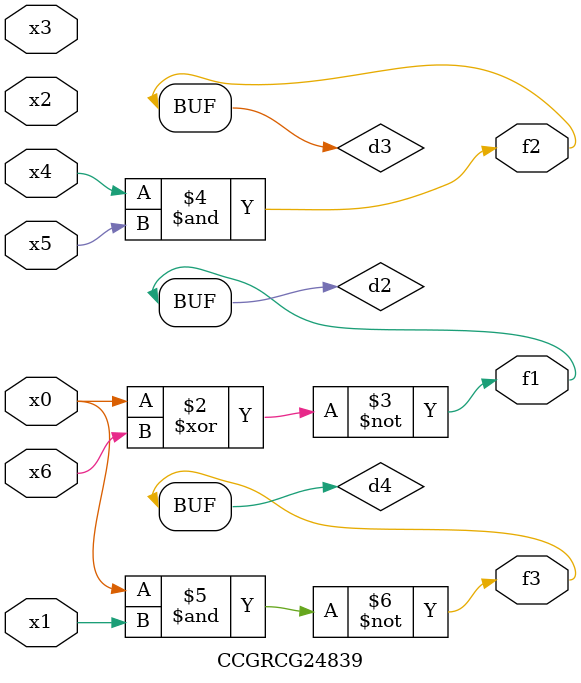
<source format=v>
module CCGRCG24839(
	input x0, x1, x2, x3, x4, x5, x6,
	output f1, f2, f3
);

	wire d1, d2, d3, d4;

	nor (d1, x0);
	xnor (d2, x0, x6);
	and (d3, x4, x5);
	nand (d4, x0, x1);
	assign f1 = d2;
	assign f2 = d3;
	assign f3 = d4;
endmodule

</source>
